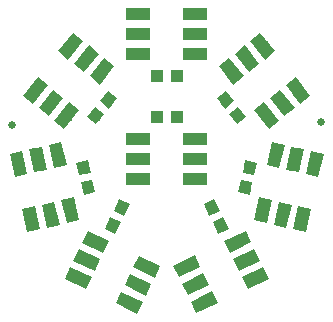
<source format=gbr>
G04 #@! TF.GenerationSoftware,KiCad,Pcbnew,no-vcs-found-5013ea2~58~ubuntu16.04.1*
G04 #@! TF.CreationDate,2017-05-17T13:22:10-06:00*
G04 #@! TF.ProjectId,HiBeam_8-pack_v02,48694265616D5F382D7061636B5F7630,rev?*
G04 #@! TF.FileFunction,Paste,Top*
G04 #@! TF.FilePolarity,Positive*
%FSLAX46Y46*%
G04 Gerber Fmt 4.6, Leading zero omitted, Abs format (unit mm)*
G04 Created by KiCad (PCBNEW no-vcs-found-5013ea2~58~ubuntu16.04.1) date Wed May 17 13:22:10 2017*
%MOMM*%
%LPD*%
G01*
G04 APERTURE LIST*
%ADD10C,0.100000*%
%ADD11C,1.100000*%
%ADD12R,2.000000X1.100000*%
%ADD13R,1.099820X0.998220*%
%ADD14C,0.998220*%
%ADD15C,0.635000*%
G04 APERTURE END LIST*
D10*
D11*
X139187795Y-107856849D03*
D10*
G36*
X140327385Y-107794916D02*
X139850360Y-108786100D01*
X138048205Y-107918782D01*
X138525230Y-106927598D01*
X140327385Y-107794916D01*
X140327385Y-107794916D01*
G37*
D11*
X139925015Y-106325018D03*
D10*
G36*
X141064605Y-106263085D02*
X140587580Y-107254269D01*
X138785425Y-106386951D01*
X139262450Y-105395767D01*
X141064605Y-106263085D01*
X141064605Y-106263085D01*
G37*
D11*
X140662236Y-104793187D03*
D10*
G36*
X141801826Y-104731254D02*
X141324801Y-105722438D01*
X139522646Y-104855120D01*
X139999671Y-103863936D01*
X141801826Y-104731254D01*
X141801826Y-104731254D01*
G37*
D11*
X144987405Y-106874751D03*
D10*
G36*
X143847815Y-106936684D02*
X144324840Y-105945500D01*
X146126995Y-106812818D01*
X145649970Y-107804002D01*
X143847815Y-106936684D01*
X143847815Y-106936684D01*
G37*
D11*
X144250185Y-108406582D03*
D10*
G36*
X143110595Y-108468515D02*
X143587620Y-107477331D01*
X145389775Y-108344649D01*
X144912750Y-109335833D01*
X143110595Y-108468515D01*
X143110595Y-108468515D01*
G37*
D11*
X143512964Y-109938413D03*
D10*
G36*
X142373374Y-110000346D02*
X142850399Y-109009162D01*
X144652554Y-109876480D01*
X144175529Y-110867664D01*
X142373374Y-110000346D01*
X142373374Y-110000346D01*
G37*
D11*
X149857036Y-109913013D03*
D10*
G36*
X150519601Y-108983762D02*
X150996626Y-109974946D01*
X149194471Y-110842264D01*
X148717446Y-109851080D01*
X150519601Y-108983762D01*
X150519601Y-108983762D01*
G37*
D11*
X149119815Y-108381182D03*
D10*
G36*
X149782380Y-107451931D02*
X150259405Y-108443115D01*
X148457250Y-109310433D01*
X147980225Y-108319249D01*
X149782380Y-107451931D01*
X149782380Y-107451931D01*
G37*
D11*
X148382595Y-106849351D03*
D10*
G36*
X149045160Y-105920100D02*
X149522185Y-106911284D01*
X147720030Y-107778602D01*
X147243005Y-106787418D01*
X149045160Y-105920100D01*
X149045160Y-105920100D01*
G37*
D11*
X152707764Y-104767787D03*
D10*
G36*
X152045199Y-105697038D02*
X151568174Y-104705854D01*
X153370329Y-103838536D01*
X153847354Y-104829720D01*
X152045199Y-105697038D01*
X152045199Y-105697038D01*
G37*
D11*
X153444985Y-106299618D03*
D10*
G36*
X152782420Y-107228869D02*
X152305395Y-106237685D01*
X154107550Y-105370367D01*
X154584575Y-106361551D01*
X152782420Y-107228869D01*
X152782420Y-107228869D01*
G37*
D11*
X154182205Y-107831449D03*
D10*
G36*
X153519640Y-108760700D02*
X153042615Y-107769516D01*
X154844770Y-106902198D01*
X155321795Y-107893382D01*
X153519640Y-108760700D01*
X153519640Y-108760700D01*
G37*
D11*
X158148838Y-102869191D03*
D10*
G36*
X157834054Y-101772190D02*
X158906719Y-102015893D01*
X158463622Y-103966192D01*
X157390957Y-103722489D01*
X157834054Y-101772190D01*
X157834054Y-101772190D01*
G37*
D11*
X156491084Y-102492557D03*
D10*
G36*
X156176300Y-101395556D02*
X157248965Y-101639259D01*
X156805868Y-103589558D01*
X155733203Y-103345855D01*
X156176300Y-101395556D01*
X156176300Y-101395556D01*
G37*
D11*
X154833330Y-102115926D03*
D10*
G36*
X154518546Y-101018925D02*
X155591211Y-101262628D01*
X155148114Y-103212927D01*
X154075449Y-102969224D01*
X154518546Y-101018925D01*
X154518546Y-101018925D01*
G37*
D11*
X155896762Y-97435209D03*
D10*
G36*
X156211546Y-98532210D02*
X155138881Y-98288507D01*
X155581978Y-96338208D01*
X156654643Y-96581911D01*
X156211546Y-98532210D01*
X156211546Y-98532210D01*
G37*
D11*
X157554516Y-97811843D03*
D10*
G36*
X157869300Y-98908844D02*
X156796635Y-98665141D01*
X157239732Y-96714842D01*
X158312397Y-96958545D01*
X157869300Y-98908844D01*
X157869300Y-98908844D01*
G37*
D11*
X159212270Y-98188474D03*
D10*
G36*
X159527054Y-99285475D02*
X158454389Y-99041772D01*
X158897486Y-97091473D01*
X159970151Y-97335176D01*
X159527054Y-99285475D01*
X159527054Y-99285475D01*
G37*
D11*
X157789869Y-91980585D03*
D10*
G36*
X156736920Y-91540360D02*
X157597789Y-90855594D01*
X158842818Y-92420810D01*
X157981949Y-93105576D01*
X156736920Y-91540360D01*
X156736920Y-91540360D01*
G37*
D11*
X156459435Y-93038860D03*
D10*
G36*
X155406486Y-92598635D02*
X156267355Y-91913869D01*
X157512384Y-93479085D01*
X156651515Y-94163851D01*
X155406486Y-92598635D01*
X155406486Y-92598635D01*
G37*
D11*
X155129001Y-94097134D03*
D10*
G36*
X154076052Y-93656909D02*
X154936921Y-92972143D01*
X156181950Y-94537359D01*
X155321081Y-95222125D01*
X154076052Y-93656909D01*
X154076052Y-93656909D01*
G37*
D11*
X152140931Y-90340615D03*
D10*
G36*
X153193880Y-90780840D02*
X152333011Y-91465606D01*
X151087982Y-89900390D01*
X151948851Y-89215624D01*
X153193880Y-90780840D01*
X153193880Y-90780840D01*
G37*
D11*
X153471365Y-89282340D03*
D10*
G36*
X154524314Y-89722565D02*
X153663445Y-90407331D01*
X152418416Y-88842115D01*
X153279285Y-88157349D01*
X154524314Y-89722565D01*
X154524314Y-89722565D01*
G37*
D11*
X154801799Y-88224066D03*
D10*
G36*
X155854748Y-88664291D02*
X154993879Y-89349057D01*
X153748850Y-87783841D01*
X154609719Y-87099075D01*
X155854748Y-88664291D01*
X155854748Y-88664291D01*
G37*
D12*
X149085000Y-85472800D03*
X149085000Y-87172800D03*
X149085000Y-88872800D03*
X144285000Y-88872800D03*
X144285000Y-87172800D03*
X144285000Y-85472800D03*
D11*
X138542801Y-88224066D03*
D10*
G36*
X138350721Y-89349057D02*
X137489852Y-88664291D01*
X138734881Y-87099075D01*
X139595750Y-87783841D01*
X138350721Y-89349057D01*
X138350721Y-89349057D01*
G37*
D11*
X139873235Y-89282340D03*
D10*
G36*
X139681155Y-90407331D02*
X138820286Y-89722565D01*
X140065315Y-88157349D01*
X140926184Y-88842115D01*
X139681155Y-90407331D01*
X139681155Y-90407331D01*
G37*
D11*
X141203669Y-90340615D03*
D10*
G36*
X141011589Y-91465606D02*
X140150720Y-90780840D01*
X141395749Y-89215624D01*
X142256618Y-89900390D01*
X141011589Y-91465606D01*
X141011589Y-91465606D01*
G37*
D11*
X138215599Y-94097134D03*
D10*
G36*
X138407679Y-92972143D02*
X139268548Y-93656909D01*
X138023519Y-95222125D01*
X137162650Y-94537359D01*
X138407679Y-92972143D01*
X138407679Y-92972143D01*
G37*
D11*
X136885165Y-93038860D03*
D10*
G36*
X137077245Y-91913869D02*
X137938114Y-92598635D01*
X136693085Y-94163851D01*
X135832216Y-93479085D01*
X137077245Y-91913869D01*
X137077245Y-91913869D01*
G37*
D11*
X135554731Y-91980585D03*
D10*
G36*
X135746811Y-90855594D02*
X136607680Y-91540360D01*
X135362651Y-93105576D01*
X134501782Y-92420810D01*
X135746811Y-90855594D01*
X135746811Y-90855594D01*
G37*
D11*
X134132330Y-98188474D03*
D10*
G36*
X134890211Y-99041772D02*
X133817546Y-99285475D01*
X133374449Y-97335176D01*
X134447114Y-97091473D01*
X134890211Y-99041772D01*
X134890211Y-99041772D01*
G37*
D11*
X135790084Y-97811843D03*
D10*
G36*
X136547965Y-98665141D02*
X135475300Y-98908844D01*
X135032203Y-96958545D01*
X136104868Y-96714842D01*
X136547965Y-98665141D01*
X136547965Y-98665141D01*
G37*
D11*
X137447838Y-97435209D03*
D10*
G36*
X138205719Y-98288507D02*
X137133054Y-98532210D01*
X136689957Y-96581911D01*
X137762622Y-96338208D01*
X138205719Y-98288507D01*
X138205719Y-98288507D01*
G37*
D11*
X138511270Y-102115926D03*
D10*
G36*
X137753389Y-101262628D02*
X138826054Y-101018925D01*
X139269151Y-102969224D01*
X138196486Y-103212927D01*
X137753389Y-101262628D01*
X137753389Y-101262628D01*
G37*
D11*
X136853516Y-102492557D03*
D10*
G36*
X136095635Y-101639259D02*
X137168300Y-101395556D01*
X137611397Y-103345855D01*
X136538732Y-103589558D01*
X136095635Y-101639259D01*
X136095635Y-101639259D01*
G37*
D11*
X135195762Y-102869191D03*
D10*
G36*
X134437881Y-102015893D02*
X135510546Y-101772190D01*
X135953643Y-103722489D01*
X134880978Y-103966192D01*
X134437881Y-102015893D01*
X134437881Y-102015893D01*
G37*
D12*
X144285000Y-99490000D03*
X144285000Y-97790000D03*
X144285000Y-96090000D03*
X149085000Y-96090000D03*
X149085000Y-97790000D03*
X149085000Y-99490000D03*
D13*
X147533360Y-94234000D03*
X145836640Y-94234000D03*
D14*
X140014953Y-100166678D03*
D10*
G36*
X139406414Y-99741011D02*
X140379828Y-99519857D01*
X140623492Y-100592345D01*
X139650078Y-100813499D01*
X139406414Y-99741011D01*
X139406414Y-99741011D01*
G37*
D14*
X139639047Y-98512122D03*
D10*
G36*
X139030508Y-98086455D02*
X140003922Y-97865301D01*
X140247586Y-98937789D01*
X139274172Y-99158943D01*
X139030508Y-98086455D01*
X139030508Y-98086455D01*
G37*
D14*
X140670483Y-94085133D03*
D10*
G36*
X140622202Y-93344066D02*
X141403418Y-93965472D01*
X140718764Y-94826200D01*
X139937548Y-94204794D01*
X140622202Y-93344066D01*
X140622202Y-93344066D01*
G37*
D14*
X141726717Y-92757267D03*
D10*
G36*
X141678436Y-92016200D02*
X142459652Y-92637606D01*
X141774998Y-93498334D01*
X140993782Y-92876928D01*
X141678436Y-92016200D01*
X141678436Y-92016200D01*
G37*
D13*
X145836640Y-90779600D03*
X147533360Y-90779600D03*
D14*
X151643283Y-92757267D03*
D10*
G36*
X152376218Y-92876928D02*
X151595002Y-93498334D01*
X150910348Y-92637606D01*
X151691564Y-92016200D01*
X152376218Y-92876928D01*
X152376218Y-92876928D01*
G37*
D14*
X152699517Y-94085133D03*
D10*
G36*
X153432452Y-94204794D02*
X152651236Y-94826200D01*
X151966582Y-93965472D01*
X152747798Y-93344066D01*
X153432452Y-94204794D01*
X153432452Y-94204794D01*
G37*
D14*
X153705553Y-98512122D03*
D10*
G36*
X154070428Y-99158943D02*
X153097014Y-98937789D01*
X153340678Y-97865301D01*
X154314092Y-98086455D01*
X154070428Y-99158943D01*
X154070428Y-99158943D01*
G37*
D14*
X153329647Y-100166678D03*
D10*
G36*
X153694522Y-100813499D02*
X152721108Y-100592345D01*
X152964772Y-99519857D01*
X153938186Y-99741011D01*
X153694522Y-100813499D01*
X153694522Y-100813499D01*
G37*
D14*
X151243899Y-103380438D03*
D10*
G36*
X150555689Y-103101370D02*
X151455162Y-102668483D01*
X151932109Y-103659506D01*
X151032636Y-104092393D01*
X150555689Y-103101370D01*
X150555689Y-103101370D01*
G37*
D14*
X150508101Y-101851562D03*
D10*
G36*
X149819891Y-101572494D02*
X150719364Y-101139607D01*
X151196311Y-102130630D01*
X150296838Y-102563517D01*
X149819891Y-101572494D01*
X149819891Y-101572494D01*
G37*
D14*
X142861899Y-101851562D03*
D10*
G36*
X143073162Y-102563517D02*
X142173689Y-102130630D01*
X142650636Y-101139607D01*
X143550109Y-101572494D01*
X143073162Y-102563517D01*
X143073162Y-102563517D01*
G37*
D14*
X142126101Y-103380438D03*
D10*
G36*
X142337364Y-104092393D02*
X141437891Y-103659506D01*
X141914838Y-102668483D01*
X142814311Y-103101370D01*
X142337364Y-104092393D01*
X142337364Y-104092393D01*
G37*
D15*
X133553200Y-94894400D03*
X159766000Y-94615000D03*
M02*

</source>
